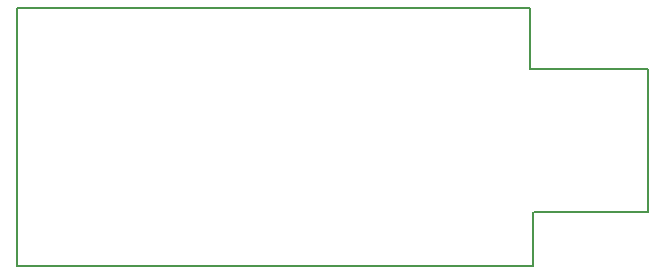
<source format=gko>
G04 Layer: BoardOutline*
G04 EasyEDA v6.1.52, Mon, 22 Jul 2019 07:30:32 GMT*
G04 48bfd73402ea4c338a6de7f667507198,62ece946848449f3960951035e99d9e0,10*
G04 Gerber Generator version 0.2*
G04 Scale: 100 percent, Rotated: No, Reflected: No *
G04 Dimensions in millimeters *
G04 leading zeros omitted , absolute positions ,3 integer and 3 decimal *
%FSLAX33Y33*%
%MOMM*%
G90*
G71D02*

%ADD10C,0.159995*%
G54D10*
G01X43815Y4572D02*
G01X53467Y4572D01*
G01X53467Y16637D01*
G01X43434Y16637D01*
G01X43434Y21844D01*
G01X0Y21844D01*
G01X0Y0D01*
G01X43688Y0D01*
G01X43688Y4572D01*

%LPD*%
M00*
M02*

</source>
